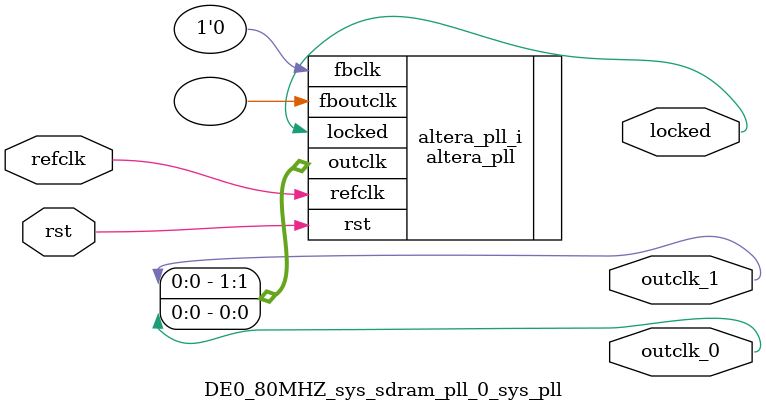
<source format=v>
`timescale 1ns/10ps
module  DE0_80MHZ_sys_sdram_pll_0_sys_pll(

	// interface 'refclk'
	input wire refclk,

	// interface 'reset'
	input wire rst,

	// interface 'outclk0'
	output wire outclk_0,

	// interface 'outclk1'
	output wire outclk_1,

	// interface 'locked'
	output wire locked
);

	altera_pll #(
		.fractional_vco_multiplier("false"),
		.reference_clock_frequency("50.0 MHz"),
		.operation_mode("direct"),
		.number_of_clocks(2),
		.output_clock_frequency0("80.000000 MHz"),
		.phase_shift0("0 ps"),
		.duty_cycle0(50),
		.output_clock_frequency1("80.000000 MHz"),
		.phase_shift1("-3038 ps"),
		.duty_cycle1(50),
		.output_clock_frequency2("0 MHz"),
		.phase_shift2("0 ps"),
		.duty_cycle2(50),
		.output_clock_frequency3("0 MHz"),
		.phase_shift3("0 ps"),
		.duty_cycle3(50),
		.output_clock_frequency4("0 MHz"),
		.phase_shift4("0 ps"),
		.duty_cycle4(50),
		.output_clock_frequency5("0 MHz"),
		.phase_shift5("0 ps"),
		.duty_cycle5(50),
		.output_clock_frequency6("0 MHz"),
		.phase_shift6("0 ps"),
		.duty_cycle6(50),
		.output_clock_frequency7("0 MHz"),
		.phase_shift7("0 ps"),
		.duty_cycle7(50),
		.output_clock_frequency8("0 MHz"),
		.phase_shift8("0 ps"),
		.duty_cycle8(50),
		.output_clock_frequency9("0 MHz"),
		.phase_shift9("0 ps"),
		.duty_cycle9(50),
		.output_clock_frequency10("0 MHz"),
		.phase_shift10("0 ps"),
		.duty_cycle10(50),
		.output_clock_frequency11("0 MHz"),
		.phase_shift11("0 ps"),
		.duty_cycle11(50),
		.output_clock_frequency12("0 MHz"),
		.phase_shift12("0 ps"),
		.duty_cycle12(50),
		.output_clock_frequency13("0 MHz"),
		.phase_shift13("0 ps"),
		.duty_cycle13(50),
		.output_clock_frequency14("0 MHz"),
		.phase_shift14("0 ps"),
		.duty_cycle14(50),
		.output_clock_frequency15("0 MHz"),
		.phase_shift15("0 ps"),
		.duty_cycle15(50),
		.output_clock_frequency16("0 MHz"),
		.phase_shift16("0 ps"),
		.duty_cycle16(50),
		.output_clock_frequency17("0 MHz"),
		.phase_shift17("0 ps"),
		.duty_cycle17(50),
		.pll_type("General"),
		.pll_subtype("General")
	) altera_pll_i (
		.rst	(rst),
		.outclk	({outclk_1, outclk_0}),
		.locked	(locked),
		.fboutclk	( ),
		.fbclk	(1'b0),
		.refclk	(refclk)
	);
endmodule


</source>
